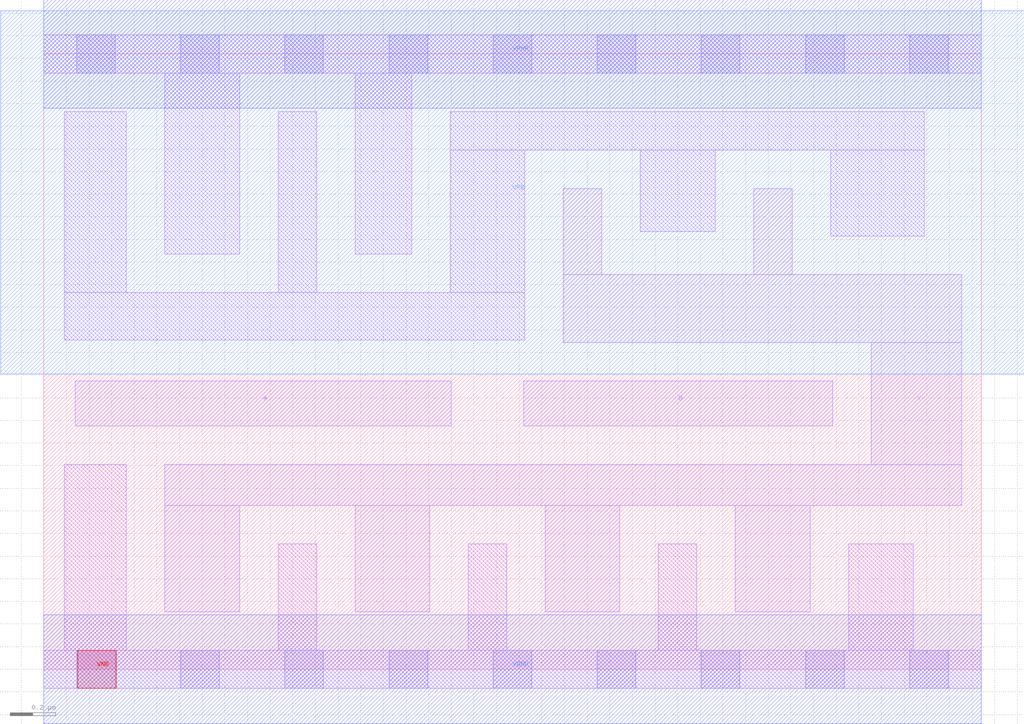
<source format=lef>
# Copyright 2020 The SkyWater PDK Authors
#
# Licensed under the Apache License, Version 2.0 (the "License");
# you may not use this file except in compliance with the License.
# You may obtain a copy of the License at
#
#     https://www.apache.org/licenses/LICENSE-2.0
#
# Unless required by applicable law or agreed to in writing, software
# distributed under the License is distributed on an "AS IS" BASIS,
# WITHOUT WARRANTIES OR CONDITIONS OF ANY KIND, either express or implied.
# See the License for the specific language governing permissions and
# limitations under the License.
#
# SPDX-License-Identifier: Apache-2.0

VERSION 5.7 ;
  NOWIREEXTENSIONATPIN ON ;
  DIVIDERCHAR "/" ;
  BUSBITCHARS "[]" ;
MACRO sky130_fd_sc_hd__nor2_4
  CLASS CORE ;
  FOREIGN sky130_fd_sc_hd__nor2_4 ;
  ORIGIN  0.000000  0.000000 ;
  SIZE  4.140000 BY  2.720000 ;
  SYMMETRY X Y R90 ;
  SITE unithd ;
  PIN A
    ANTENNAGATEAREA  0.990000 ;
    DIRECTION INPUT ;
    USE SIGNAL ;
    PORT
      LAYER li1 ;
        RECT 0.140000 1.075000 1.800000 1.275000 ;
    END
  END A
  PIN B
    ANTENNAGATEAREA  0.990000 ;
    DIRECTION INPUT ;
    USE SIGNAL ;
    PORT
      LAYER li1 ;
        RECT 2.120000 1.075000 3.485000 1.275000 ;
    END
  END B
  PIN Y
    ANTENNADIFFAREA  1.242000 ;
    DIRECTION OUTPUT ;
    USE SIGNAL ;
    PORT
      LAYER li1 ;
        RECT 0.535000 0.255000 0.865000 0.725000 ;
        RECT 0.535000 0.725000 4.055000 0.905000 ;
        RECT 1.375000 0.255000 1.705000 0.725000 ;
        RECT 2.215000 0.255000 2.545000 0.725000 ;
        RECT 2.295000 1.445000 4.055000 1.745000 ;
        RECT 2.295000 1.745000 2.465000 2.125000 ;
        RECT 3.055000 0.255000 3.385000 0.725000 ;
        RECT 3.135000 1.745000 3.305000 2.125000 ;
        RECT 3.655000 0.905000 4.055000 1.445000 ;
    END
  END Y
  PIN VGND
    DIRECTION INOUT ;
    SHAPE ABUTMENT ;
    USE GROUND ;
    PORT
      LAYER met1 ;
        RECT 0.000000 -0.240000 4.140000 0.240000 ;
    END
  END VGND
  PIN VNB
    DIRECTION INOUT ;
    USE GROUND ;
    PORT
      LAYER pwell ;
        RECT 0.150000 -0.085000 0.320000 0.085000 ;
    END
  END VNB
  PIN VPB
    DIRECTION INOUT ;
    USE POWER ;
    PORT
      LAYER nwell ;
        RECT -0.190000 1.305000 4.330000 2.910000 ;
    END
  END VPB
  PIN VPWR
    DIRECTION INOUT ;
    SHAPE ABUTMENT ;
    USE POWER ;
    PORT
      LAYER met1 ;
        RECT 0.000000 2.480000 4.140000 2.960000 ;
    END
  END VPWR
  OBS
    LAYER li1 ;
      RECT 0.000000 -0.085000 4.140000 0.085000 ;
      RECT 0.000000  2.635000 4.140000 2.805000 ;
      RECT 0.090000  0.085000 0.365000 0.905000 ;
      RECT 0.090000  1.455000 2.125000 1.665000 ;
      RECT 0.090000  1.665000 0.365000 2.465000 ;
      RECT 0.535000  1.835000 0.865000 2.635000 ;
      RECT 1.035000  0.085000 1.205000 0.555000 ;
      RECT 1.035000  1.665000 1.205000 2.465000 ;
      RECT 1.375000  1.835000 1.625000 2.635000 ;
      RECT 1.795000  1.665000 2.125000 2.295000 ;
      RECT 1.795000  2.295000 3.890000 2.465000 ;
      RECT 1.875000  0.085000 2.045000 0.555000 ;
      RECT 2.635000  1.935000 2.965000 2.295000 ;
      RECT 2.715000  0.085000 2.885000 0.555000 ;
      RECT 3.475000  1.915000 3.890000 2.295000 ;
      RECT 3.555000  0.085000 3.840000 0.555000 ;
    LAYER mcon ;
      RECT 0.145000 -0.085000 0.315000 0.085000 ;
      RECT 0.145000  2.635000 0.315000 2.805000 ;
      RECT 0.605000 -0.085000 0.775000 0.085000 ;
      RECT 0.605000  2.635000 0.775000 2.805000 ;
      RECT 1.065000 -0.085000 1.235000 0.085000 ;
      RECT 1.065000  2.635000 1.235000 2.805000 ;
      RECT 1.525000 -0.085000 1.695000 0.085000 ;
      RECT 1.525000  2.635000 1.695000 2.805000 ;
      RECT 1.985000 -0.085000 2.155000 0.085000 ;
      RECT 1.985000  2.635000 2.155000 2.805000 ;
      RECT 2.445000 -0.085000 2.615000 0.085000 ;
      RECT 2.445000  2.635000 2.615000 2.805000 ;
      RECT 2.905000 -0.085000 3.075000 0.085000 ;
      RECT 2.905000  2.635000 3.075000 2.805000 ;
      RECT 3.365000 -0.085000 3.535000 0.085000 ;
      RECT 3.365000  2.635000 3.535000 2.805000 ;
      RECT 3.825000 -0.085000 3.995000 0.085000 ;
      RECT 3.825000  2.635000 3.995000 2.805000 ;
  END
END sky130_fd_sc_hd__nor2_4
END LIBRARY

</source>
